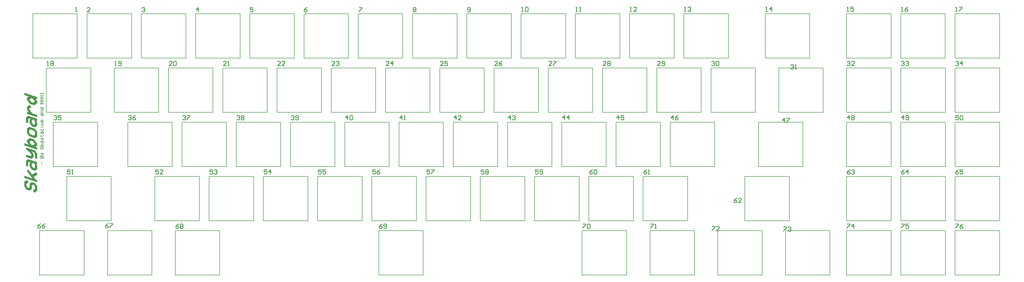
<source format=gto>
G04*
G04 #@! TF.GenerationSoftware,Altium Limited,Altium Designer,20.1.14 (287)*
G04*
G04 Layer_Color=65535*
%FSLAX25Y25*%
%MOIN*%
G70*
G04*
G04 #@! TF.SameCoordinates,522F5A3E-BD0F-4A6F-B551-BC927255FFFB*
G04*
G04*
G04 #@! TF.FilePolarity,Positive*
G04*
G01*
G75*
%ADD10C,0.00500*%
%ADD11C,0.01000*%
G36*
X36360Y276619D02*
Y273662D01*
X33917Y274495D01*
Y273759D01*
X35138Y273343D01*
Y272135D01*
X36360Y271719D01*
Y267527D01*
X35138Y267944D01*
Y266708D01*
X33917Y267125D01*
Y265903D01*
X32682Y266334D01*
Y265112D01*
X26061Y267361D01*
Y268582D01*
X24839Y268999D01*
Y270220D01*
X23604Y270650D01*
Y271872D01*
X22383Y272288D01*
Y276480D01*
X23604Y276063D01*
Y277271D01*
X24839Y276855D01*
Y277590D01*
X18718Y279672D01*
Y282629D01*
X36360Y276619D01*
D02*
G37*
G36*
X27782Y264515D02*
Y261559D01*
X26561Y261975D01*
Y260754D01*
X25325Y261170D01*
X25339Y259227D01*
X26561Y258811D01*
Y257589D01*
X27782Y257173D01*
Y255951D01*
X29017Y255535D01*
Y254313D01*
X36360Y251801D01*
Y248845D01*
X22383Y253606D01*
Y256562D01*
X24826Y255729D01*
Y256437D01*
X23604Y256854D01*
Y258075D01*
X22383Y258491D01*
X22383Y263905D01*
X23604Y263488D01*
Y264710D01*
X24839Y264293D01*
X24853Y265515D01*
X27782Y264515D01*
D02*
G37*
G36*
X36360Y246596D02*
Y243640D01*
X35125Y244070D01*
Y243348D01*
X36360Y242918D01*
Y236283D01*
X35125Y236714D01*
Y235492D01*
X33917Y235909D01*
Y234673D01*
X28504Y236519D01*
Y237741D01*
X27282Y238157D01*
Y239379D01*
X26061Y239809D01*
Y246416D01*
X27282Y246013D01*
Y246735D01*
X25339Y247401D01*
Y246166D01*
X24104Y246582D01*
Y240461D01*
X21161Y241461D01*
Y249331D01*
X22383Y248914D01*
Y250136D01*
X23604Y249719D01*
Y250941D01*
X36360Y246596D01*
D02*
G37*
G36*
X33917Y232439D02*
Y231217D01*
X35138Y230801D01*
Y229579D01*
X36360Y229163D01*
Y221279D01*
X35138Y221695D01*
Y220474D01*
X33917Y220890D01*
Y219669D01*
X24826Y222764D01*
Y223986D01*
X23604Y224402D01*
Y225623D01*
X22383Y226040D01*
Y233924D01*
X23604Y233507D01*
Y234729D01*
X24826Y234312D01*
Y235534D01*
X33917Y232439D01*
D02*
G37*
G36*
X32682Y217865D02*
Y216643D01*
X33917Y216213D01*
Y214978D01*
X35138Y214561D01*
Y213340D01*
X36360Y212923D01*
Y208732D01*
X35138Y209148D01*
Y207927D01*
X33917Y208343D01*
Y207621D01*
X36360Y206788D01*
Y203832D01*
X18718Y209842D01*
Y212798D01*
X24839Y210716D01*
Y211438D01*
X23604Y211855D01*
Y213076D01*
X22383Y213492D01*
Y217684D01*
X23604Y217268D01*
Y218489D01*
X24839Y218073D01*
Y219308D01*
X26061Y218892D01*
Y220113D01*
X32682Y217865D01*
D02*
G37*
G36*
X33917Y202430D02*
Y201209D01*
X35138Y200792D01*
Y199571D01*
X36360Y199154D01*
Y191270D01*
X33417Y192284D01*
Y198419D01*
X32196Y198835D01*
Y200071D01*
X29017Y201139D01*
Y200417D01*
X30239Y200001D01*
Y198780D01*
X31460Y198363D01*
Y192936D01*
X30239Y193352D01*
Y192131D01*
X29017Y192548D01*
Y191326D01*
X21161Y194005D01*
Y196961D01*
X27282Y194879D01*
Y196101D01*
X28518Y195684D01*
Y197628D01*
X27282Y198044D01*
Y199265D01*
X26061Y199682D01*
Y200917D01*
X23618Y201750D01*
Y202985D01*
X21161Y203818D01*
Y206774D01*
X33917Y202430D01*
D02*
G37*
G36*
X36360Y186579D02*
Y183623D01*
X35125Y184053D01*
Y183331D01*
X36360Y182901D01*
Y176266D01*
X35125Y176697D01*
Y175475D01*
X33917Y175891D01*
Y174656D01*
X28504Y176502D01*
Y177724D01*
X27282Y178140D01*
Y179361D01*
X26061Y179792D01*
Y186399D01*
X27282Y185996D01*
Y186718D01*
X25339Y187384D01*
Y186149D01*
X24104Y186565D01*
Y180444D01*
X21161Y181444D01*
Y189313D01*
X22383Y188897D01*
Y190119D01*
X23604Y189702D01*
Y190924D01*
X36360Y186579D01*
D02*
G37*
G36*
X25339Y175350D02*
Y174115D01*
X26561Y173698D01*
Y172477D01*
X27782Y172061D01*
Y170839D01*
X29004Y170423D01*
Y169187D01*
X29725Y168938D01*
Y170173D01*
X30961Y169756D01*
Y170978D01*
X32182Y170562D01*
Y171783D01*
X33404Y171367D01*
Y172602D01*
X36360Y171575D01*
Y168618D01*
X35138Y169049D01*
Y167827D01*
X33903Y168244D01*
Y167008D01*
X32682Y167425D01*
Y166203D01*
X31460Y166620D01*
Y165898D01*
X32682Y165481D01*
Y164260D01*
X33903Y163844D01*
Y162622D01*
X36360Y161776D01*
Y158819D01*
X18718Y164829D01*
Y167786D01*
X29725Y164038D01*
Y164746D01*
X28504Y165162D01*
Y166398D01*
X27282Y166814D01*
Y168035D01*
X26061Y168452D01*
Y169673D01*
X24839Y170090D01*
Y171325D01*
X23604Y171741D01*
Y172963D01*
X22383Y173379D01*
Y176336D01*
X25339Y175350D01*
D02*
G37*
G36*
X24104Y160762D02*
Y157806D01*
X22896Y158208D01*
Y156973D01*
X21661Y157389D01*
Y153003D01*
X22896Y152587D01*
Y151352D01*
X24839Y150699D01*
Y151935D01*
X26061Y151518D01*
Y157653D01*
X27282Y157237D01*
Y158458D01*
X28504Y158042D01*
Y159263D01*
X33917Y157417D01*
Y156196D01*
X35138Y155779D01*
Y154558D01*
X36360Y154141D01*
Y146258D01*
X35138Y146674D01*
Y145453D01*
X33917Y145869D01*
Y144648D01*
X30961Y145661D01*
Y148617D01*
X32182Y148201D01*
Y149436D01*
X33417Y149020D01*
Y153406D01*
X32182Y153822D01*
Y155058D01*
X30239Y155724D01*
Y154489D01*
X29004Y154905D01*
Y148770D01*
X27782Y149186D01*
Y147965D01*
X26561Y148368D01*
Y147146D01*
X21161Y148992D01*
Y150214D01*
X19926Y150630D01*
Y151851D01*
X18718Y152268D01*
Y160152D01*
X19926Y159735D01*
Y160957D01*
X21161Y160540D01*
Y161762D01*
X24104Y160762D01*
D02*
G37*
G36*
X45186Y280292D02*
X44488D01*
Y280990D01*
X40996D01*
Y280292D01*
X40297D01*
Y282383D01*
X40996D01*
Y281688D01*
X44488D01*
Y282383D01*
X45186D01*
Y280292D01*
D02*
G37*
G36*
Y278197D02*
X44142D01*
Y277847D01*
X43793D01*
Y277498D01*
X43444D01*
Y277149D01*
X43095D01*
Y276800D01*
X42746D01*
Y276450D01*
X42396D01*
Y276101D01*
X45186D01*
Y275403D01*
X40297D01*
Y276101D01*
X41345D01*
Y276450D01*
X41694D01*
Y276800D01*
X42043D01*
Y277149D01*
X42392D01*
Y277498D01*
X42742D01*
Y277847D01*
X43091D01*
Y278197D01*
X40297D01*
Y278895D01*
X45186D01*
Y278197D01*
D02*
G37*
G36*
Y274006D02*
X44142D01*
Y273657D01*
X43793D01*
Y273308D01*
X43444D01*
Y272958D01*
X43095D01*
Y272609D01*
X42746D01*
Y272260D01*
X42396D01*
Y271911D01*
X45186D01*
Y271213D01*
X40297D01*
Y271911D01*
X41345D01*
Y272260D01*
X41694D01*
Y272609D01*
X42043D01*
Y272958D01*
X42392D01*
Y273308D01*
X42742D01*
Y273657D01*
X43091D01*
Y274006D01*
X40297D01*
Y274705D01*
X45186D01*
Y274006D01*
D02*
G37*
G36*
Y269816D02*
X44142D01*
Y269466D01*
X43793D01*
Y269117D01*
X43444D01*
Y268768D01*
X43095D01*
Y268419D01*
X42746D01*
Y268070D01*
X42396D01*
Y267721D01*
X45186D01*
Y267022D01*
X40297D01*
Y267721D01*
X41345D01*
Y268070D01*
X41694D01*
Y268419D01*
X42043D01*
Y268768D01*
X42392D01*
Y269117D01*
X42742D01*
Y269466D01*
X43091D01*
Y269816D01*
X40297D01*
Y270514D01*
X45186D01*
Y269816D01*
D02*
G37*
G36*
Y261435D02*
X44491D01*
Y261086D01*
X44837D01*
Y260736D01*
X45186D01*
Y259689D01*
X44837D01*
Y259340D01*
X44488D01*
Y258991D01*
X44138D01*
Y258641D01*
X42392D01*
Y258991D01*
X42043D01*
Y259340D01*
X41694Y259336D01*
Y259689D01*
X41345D01*
Y260736D01*
X41694D01*
Y261086D01*
X42043D01*
Y261435D01*
X40297D01*
Y262133D01*
X45186D01*
Y261435D01*
D02*
G37*
G36*
Y257244D02*
X42392D01*
Y256895D01*
X42043D01*
Y255499D01*
X42392D01*
Y255149D01*
X45186D01*
Y254451D01*
X41345D01*
Y255149D01*
X41694D01*
Y255499D01*
X41345D01*
Y257244D01*
X41694D01*
Y257594D01*
X42043D01*
Y257943D01*
X45186D01*
Y257244D01*
D02*
G37*
G36*
Y253054D02*
X44837D01*
Y252705D01*
X45186D01*
Y250959D01*
X44837Y250955D01*
Y250606D01*
X44488D01*
Y250260D01*
X43091D01*
Y250610D01*
X42742D01*
Y250959D01*
X42392Y250955D01*
Y252705D01*
X42742Y252701D01*
Y253054D01*
X42043D01*
Y252705D01*
X41694Y252701D01*
Y250959D01*
X40996Y250955D01*
Y253054D01*
X41345D01*
Y253403D01*
X41694D01*
Y253752D01*
X45186D01*
Y253054D01*
D02*
G37*
G36*
Y244673D02*
X42392D01*
Y244324D01*
X42043D01*
Y243975D01*
X45186D01*
Y243277D01*
X42043D01*
Y242927D01*
X42392D01*
Y242578D01*
X45186D01*
Y241880D01*
X41345D01*
Y242578D01*
X41694D01*
Y242927D01*
X41345D01*
Y244673D01*
X41694D01*
Y245023D01*
X42043D01*
Y245372D01*
X45186D01*
Y244673D01*
D02*
G37*
G36*
X44488Y240832D02*
X44837D01*
Y240483D01*
X45186D01*
Y238388D01*
X44837D01*
Y238038D01*
X44488D01*
Y237689D01*
X41345D01*
Y238388D01*
X44138D01*
Y238737D01*
X44488D01*
Y240134D01*
X44138D01*
Y240483D01*
X41345D01*
Y241181D01*
X44488D01*
Y240832D01*
D02*
G37*
G36*
X41345Y234896D02*
X40646D01*
Y235594D01*
X41345D01*
Y234896D01*
D02*
G37*
G36*
X45186Y235594D02*
X44837Y235590D01*
Y235241D01*
X44488D01*
Y234896D01*
X42742D01*
Y234197D01*
X42043D01*
Y235594D01*
X44138D01*
Y235939D01*
X44488D01*
Y236289D01*
X45186D01*
Y235594D01*
D02*
G37*
G36*
X44488Y232451D02*
X44837D01*
Y232102D01*
X45186D01*
Y230007D01*
X44837D01*
Y229658D01*
X44488D01*
Y229309D01*
X42043D01*
Y229658D01*
X41694D01*
Y230007D01*
X41345D01*
Y232102D01*
X41694D01*
Y232451D01*
X42043D01*
Y232801D01*
X42742D01*
Y232102D01*
X42392D01*
Y231753D01*
X42043D01*
Y230356D01*
X42392D01*
Y230007D01*
X44138D01*
Y230356D01*
X44488D01*
Y231753D01*
X44138D01*
Y232102D01*
X43789D01*
Y232801D01*
X44488D01*
Y232451D01*
D02*
G37*
G36*
X45186Y227912D02*
X44837D01*
Y227562D01*
X45186D01*
Y225816D01*
X44837Y225813D01*
Y225463D01*
X44488D01*
Y225118D01*
X43091D01*
Y225467D01*
X42742D01*
Y225816D01*
X42392Y225813D01*
Y227562D01*
X42742Y227559D01*
Y227912D01*
X42043D01*
Y227562D01*
X41694Y227559D01*
Y225816D01*
X40996Y225813D01*
Y227912D01*
X41345D01*
Y228261D01*
X41694D01*
Y228610D01*
X45186D01*
Y227912D01*
D02*
G37*
G36*
Y223023D02*
X44837D01*
Y222674D01*
X44488D01*
Y222324D01*
X42043D01*
Y221626D01*
X41345D01*
Y222324D01*
X40297D01*
Y223023D01*
X41345D01*
Y223717D01*
X42043D01*
Y223023D01*
X44138D01*
Y223368D01*
X44488D01*
Y223717D01*
X45186D01*
Y223023D01*
D02*
G37*
G36*
X44488Y219880D02*
X44837D01*
Y219531D01*
X45186D01*
Y217436D01*
X44488D01*
Y219182D01*
X44138D01*
Y219531D01*
X43091D01*
Y219182D01*
X43440D01*
Y218832D01*
X43789D01*
Y217436D01*
X43440D01*
Y217087D01*
X43091D01*
Y216737D01*
X40996D01*
Y217436D01*
X42742D01*
Y217785D01*
X43091D01*
Y218483D01*
X42742D01*
Y218832D01*
X42392D01*
Y219182D01*
X41694D01*
Y219531D01*
X40996D01*
Y220229D01*
X44488D01*
Y219880D01*
D02*
G37*
G36*
X45186Y215340D02*
X44837D01*
Y214991D01*
X45186D01*
Y213245D01*
X44837Y213241D01*
Y212892D01*
X44488D01*
Y212547D01*
X43091D01*
Y212896D01*
X42742D01*
Y213245D01*
X42392Y213241D01*
Y214991D01*
X42742Y214987D01*
Y215340D01*
X42043D01*
Y214991D01*
X41694Y214987D01*
Y213245D01*
X40996Y213241D01*
Y215340D01*
X41345D01*
Y215690D01*
X41694D01*
Y216039D01*
X45186D01*
Y215340D01*
D02*
G37*
G36*
Y211150D02*
X44837Y211146D01*
Y210801D01*
X44488D01*
Y210452D01*
X44138D01*
Y210103D01*
X43793D01*
Y209753D01*
X44138D01*
Y209404D01*
X44488D01*
Y209055D01*
X45186D01*
Y208356D01*
X40297D01*
Y209055D01*
X43440D01*
Y209404D01*
X43091D01*
Y209753D01*
X42746D01*
Y210103D01*
X42396D01*
Y210452D01*
X42047D01*
Y210801D01*
X41698D01*
Y211150D01*
X41349D01*
Y211848D01*
X42047D01*
Y211499D01*
X42396D01*
Y211150D01*
X42746D01*
Y210801D01*
X43091D01*
Y210452D01*
X43440D01*
Y210801D01*
X43789D01*
Y211150D01*
X44138Y211146D01*
Y211499D01*
X44488D01*
Y211848D01*
X45186D01*
Y211150D01*
D02*
G37*
G36*
X44488Y207654D02*
Y207305D01*
X44837D01*
Y206960D01*
X45186D01*
Y204865D01*
X44837D01*
Y204515D01*
X44488D01*
Y204166D01*
X43789D01*
Y204865D01*
X44138D01*
Y205214D01*
X44488D01*
Y206610D01*
X44138D01*
Y206960D01*
X43440D01*
Y206610D01*
X43091D01*
Y204865D01*
X42742D01*
Y204515D01*
X42392D01*
Y204166D01*
X40996D01*
Y204515D01*
X40646D01*
Y204865D01*
X40297D01*
Y206960D01*
X40646D01*
Y207309D01*
X40996D01*
Y207658D01*
X41694D01*
Y206960D01*
X41345D01*
Y206610D01*
X40996D01*
Y205214D01*
X41345D01*
Y204865D01*
X42043D01*
Y205214D01*
X42392D01*
Y206960D01*
X42742D01*
Y207309D01*
X43091D01*
Y207658D01*
X44488Y207654D01*
D02*
G37*
G36*
Y198928D02*
X44837D01*
Y198579D01*
X45186D01*
Y196484D01*
X44488D01*
Y198230D01*
X44138D01*
Y198579D01*
X43091D01*
Y198230D01*
X43440D01*
Y197880D01*
X43789D01*
Y196484D01*
X43440D01*
Y196134D01*
X43091D01*
Y195785D01*
X40996D01*
Y196484D01*
X42742D01*
Y196833D01*
X43091D01*
Y197531D01*
X42742D01*
Y197880D01*
X42392D01*
Y198230D01*
X41694D01*
Y198579D01*
X40996D01*
Y199277D01*
X44488D01*
Y198928D01*
D02*
G37*
G36*
Y194738D02*
X44837D01*
Y194388D01*
X45186D01*
Y191595D01*
X40297D01*
Y194388D01*
X40646D01*
Y194738D01*
X40996D01*
Y195087D01*
X42392D01*
Y194738D01*
X43091D01*
Y195087D01*
X44488D01*
Y194738D01*
D02*
G37*
G36*
X43091Y183559D02*
X42392D01*
Y186353D01*
X43091D01*
Y183559D01*
D02*
G37*
%LPC*%
G36*
X27782Y275342D02*
Y274134D01*
X26561Y274537D01*
Y273315D01*
X25339Y273732D01*
Y273010D01*
X26561Y272593D01*
Y271372D01*
X27782Y270970D01*
Y269734D01*
X30961Y268652D01*
Y269887D01*
X32182Y269471D01*
Y270692D01*
X33417Y270275D01*
Y270997D01*
X32182Y271414D01*
Y272635D01*
X30961Y273052D01*
Y274259D01*
X27782Y275342D01*
D02*
G37*
G36*
X30225Y245736D02*
Y244500D01*
X29004Y244917D01*
Y240545D01*
X30225Y240128D01*
Y238893D01*
X32182Y238227D01*
Y239462D01*
X33417Y239046D01*
Y243418D01*
X32182Y243848D01*
Y245069D01*
X30225Y245736D01*
D02*
G37*
G36*
X26561Y231981D02*
Y230745D01*
X25325Y231175D01*
Y226789D01*
X26561Y226359D01*
Y225124D01*
X32182Y223222D01*
Y224458D01*
X33417Y224041D01*
Y228427D01*
X32182Y228844D01*
Y230079D01*
X26561Y231981D01*
D02*
G37*
G36*
X27782Y216560D02*
Y215338D01*
X26561Y215741D01*
Y214520D01*
X25339Y214936D01*
Y214214D01*
X26561Y213798D01*
Y212576D01*
X27782Y212174D01*
Y210952D01*
X30961Y209870D01*
Y211091D01*
X32182Y210675D01*
Y211896D01*
X33417Y211480D01*
Y212202D01*
X32182Y212618D01*
Y213839D01*
X30961Y214256D01*
Y215477D01*
X27782Y216560D01*
D02*
G37*
G36*
X30225Y185719D02*
Y184483D01*
X29004Y184900D01*
Y180527D01*
X30225Y180111D01*
Y178876D01*
X32182Y178209D01*
Y179445D01*
X33417Y179028D01*
Y183401D01*
X32182Y183831D01*
Y185052D01*
X30225Y185719D01*
D02*
G37*
G36*
X43789Y261086D02*
X42742D01*
Y260736D01*
X42392D01*
Y260387D01*
X42043D01*
Y260038D01*
X42392D01*
Y259689D01*
X42742D01*
Y259340D01*
X43789Y259336D01*
Y259689D01*
X44138D01*
Y260038D01*
X44488D01*
Y260387D01*
X44138D01*
Y260736D01*
X43789D01*
Y261086D01*
D02*
G37*
G36*
X44138Y253054D02*
X43440D01*
Y252705D01*
X43091Y252701D01*
Y251308D01*
X43440D01*
Y250959D01*
X44138D01*
Y251308D01*
X44488D01*
Y252705D01*
X44138Y252701D01*
Y253054D01*
D02*
G37*
G36*
Y227912D02*
X43440D01*
Y227562D01*
X43091Y227559D01*
Y226166D01*
X43440D01*
Y225816D01*
X44138D01*
Y226166D01*
X44488D01*
Y227562D01*
X44138Y227559D01*
Y227912D01*
D02*
G37*
G36*
Y215340D02*
X43440D01*
Y214991D01*
X43091Y214987D01*
Y213595D01*
X43440D01*
Y213245D01*
X44138D01*
Y213595D01*
X44488D01*
Y214991D01*
X44138Y214987D01*
Y215340D01*
D02*
G37*
G36*
Y194388D02*
X43440D01*
Y194039D01*
X43091D01*
Y192293D01*
X44488D01*
Y194039D01*
X44138D01*
Y194388D01*
D02*
G37*
G36*
X42043D02*
X41345D01*
Y194039D01*
X40996D01*
Y192293D01*
X42392D01*
Y194039D01*
X42043D01*
Y194388D01*
D02*
G37*
%LPD*%
D10*
X105423Y330420D02*
X166840D01*
Y391837D01*
X105423D02*
X166840D01*
X105423Y330420D02*
Y391837D01*
X180423Y330420D02*
Y391837D01*
X241840D01*
Y330420D02*
Y391837D01*
X180423Y330420D02*
X241840D01*
X255423D02*
X316840D01*
Y391837D01*
X255423D02*
X316840D01*
X255423Y330420D02*
Y391837D01*
X330423Y330420D02*
Y391837D01*
X391840D01*
Y330420D02*
Y391837D01*
X330423Y330420D02*
X391840D01*
X405416D02*
X466833D01*
Y391837D01*
X405416D02*
X466833D01*
X405416Y330420D02*
Y391837D01*
X480420Y330424D02*
Y391841D01*
X541837D01*
Y330424D02*
Y391841D01*
X480420Y330424D02*
X541837D01*
X630424Y330420D02*
X691841D01*
Y391837D01*
X630424D02*
X691841D01*
X630424Y330420D02*
Y391837D01*
X705424Y330420D02*
Y391837D01*
X766841D01*
Y330420D02*
Y391837D01*
X705424Y330420D02*
X766841D01*
X780424D02*
X841841D01*
Y391837D01*
X780424D02*
X841841D01*
X780424Y330420D02*
Y391837D01*
X855424Y330420D02*
Y391837D01*
X916841D01*
Y330420D02*
Y391837D01*
X855424Y330420D02*
X916841D01*
X930424D02*
X991841D01*
Y391837D01*
X930424D02*
X991841D01*
X930424Y330420D02*
Y391837D01*
X1042924Y330420D02*
Y391837D01*
X1104341D01*
Y330420D02*
Y391837D01*
X1042924Y330420D02*
X1104341D01*
X1155424D02*
X1216841D01*
Y391837D01*
X1155424D02*
X1216841D01*
X1155424Y330420D02*
Y391837D01*
X1230421Y330423D02*
Y391840D01*
X1291838D01*
Y330423D02*
Y391840D01*
X1230421Y330423D02*
X1291838D01*
X1305424Y330420D02*
X1366841D01*
Y391837D01*
X1305424D02*
X1366841D01*
X1305424Y330420D02*
Y391837D01*
X58545Y180417D02*
Y241834D01*
X119962D01*
Y180417D02*
Y241834D01*
X58545Y180417D02*
X119962D01*
X161670Y180417D02*
X223087D01*
Y241834D01*
X161670D02*
X223087D01*
X161670Y180417D02*
Y241834D01*
X236670Y180417D02*
Y241834D01*
X298087D01*
Y180417D02*
Y241834D01*
X236670Y180417D02*
X298087D01*
X311670D02*
X373087D01*
Y241834D01*
X311670D02*
X373087D01*
X311670Y180417D02*
Y241834D01*
X386670Y180418D02*
Y241835D01*
X448088D01*
Y180418D02*
Y241835D01*
X386670Y180418D02*
X448088D01*
X461670Y180418D02*
X523087D01*
Y241835D01*
X461670D02*
X523087D01*
X461670Y180418D02*
Y241835D01*
X536670Y180418D02*
Y241835D01*
X598087D01*
Y180418D02*
Y241835D01*
X536670Y180418D02*
X598087D01*
X611670D02*
X673087D01*
Y241835D01*
X611670D02*
X673087D01*
X611670Y180418D02*
Y241835D01*
X686670Y180418D02*
Y241835D01*
X748087D01*
Y180418D02*
Y241835D01*
X686670Y180418D02*
X748087D01*
X761670D02*
X823087D01*
Y241835D01*
X761670D02*
X823087D01*
X761670Y180418D02*
Y241835D01*
X836670Y180418D02*
Y241835D01*
X898087D01*
Y180418D02*
Y241835D01*
X836670Y180418D02*
X898087D01*
X911670D02*
X973087D01*
Y241835D01*
X911670D02*
X973087D01*
X911670Y180418D02*
Y241835D01*
X1033544Y180418D02*
Y241835D01*
X1094961D01*
Y180418D02*
Y241835D01*
X1033544Y180418D02*
X1094961D01*
X1071044Y30418D02*
X1132461D01*
Y91836D01*
X1071044D02*
X1132461D01*
X1071044Y30418D02*
Y91836D01*
X1155424Y180420D02*
Y241837D01*
X1216841D01*
Y180420D02*
Y241837D01*
X1155424Y180420D02*
X1216841D01*
X1230424D02*
X1291841D01*
Y241837D01*
X1230424D02*
X1291841D01*
X1230424Y180420D02*
Y241837D01*
X1305424Y180420D02*
Y241837D01*
X1366841D01*
Y180420D02*
Y241837D01*
X1305424Y180420D02*
X1366841D01*
X39795Y30417D02*
X101212D01*
Y91835D01*
X39795D02*
X101212D01*
X39795Y30417D02*
Y91835D01*
X133545Y30418D02*
Y91835D01*
X194963D01*
Y30418D02*
Y91835D01*
X133545Y30418D02*
X194963D01*
X227295Y30418D02*
X288712D01*
Y91835D01*
X227295D02*
X288712D01*
X227295Y30418D02*
Y91835D01*
X508544Y30418D02*
Y91836D01*
X569961D01*
Y30418D02*
Y91836D01*
X508544Y30418D02*
X569961D01*
X789796D02*
X851213D01*
Y91836D01*
X789796D02*
X851213D01*
X789796Y30418D02*
Y91836D01*
X883544Y30418D02*
Y91836D01*
X944961D01*
Y30418D02*
Y91836D01*
X883544Y30418D02*
X944961D01*
X977296D02*
X1038713D01*
Y91836D01*
X977296D02*
X1038713D01*
X977296Y30418D02*
Y91836D01*
X1155424Y30420D02*
Y91838D01*
X1216841D01*
Y30420D02*
Y91838D01*
X1155424Y30420D02*
X1216841D01*
X1305424Y30420D02*
X1366841D01*
Y91838D01*
X1305424D02*
X1366841D01*
X1305424Y30420D02*
Y91838D01*
X30420Y330422D02*
Y391840D01*
X91837D01*
Y330422D02*
Y391840D01*
X30420Y330422D02*
X91837D01*
X1230424Y30420D02*
X1291841D01*
Y91838D01*
X1230424D02*
X1291841D01*
X1230424Y30420D02*
Y91838D01*
X555424Y330420D02*
Y391837D01*
X616841D01*
Y330420D02*
Y391837D01*
X555424Y330420D02*
X616841D01*
X142923Y255420D02*
X204340D01*
Y316837D01*
X142923D02*
X204340D01*
X142923Y255420D02*
Y316837D01*
X217923Y255420D02*
X279340D01*
Y316837D01*
X217923D02*
X279340D01*
X217923Y255420D02*
Y316837D01*
X292923Y255420D02*
X354340D01*
Y316837D01*
X292923D02*
X354340D01*
X292923Y255420D02*
Y316837D01*
X367923Y255420D02*
X429341D01*
Y316838D01*
X367923D02*
X429341D01*
X367923Y255420D02*
Y316838D01*
X442924Y255420D02*
X504341D01*
Y316837D01*
X442924D02*
X504341D01*
X442924Y255420D02*
Y316837D01*
X592924Y255420D02*
X654341D01*
Y316837D01*
X592924D02*
X654341D01*
X592924Y255420D02*
Y316837D01*
X667924Y255420D02*
X729341D01*
Y316837D01*
X667924D02*
X729341D01*
X667924Y255420D02*
Y316837D01*
X742924Y255420D02*
X804341D01*
Y316837D01*
X742924D02*
X804341D01*
X742924Y255420D02*
Y316837D01*
X817924Y255420D02*
X879341D01*
Y316837D01*
X817924D02*
X879341D01*
X817924Y255420D02*
Y316837D01*
X892924Y255420D02*
X954341D01*
Y316837D01*
X892924D02*
X954341D01*
X892924Y255420D02*
Y316837D01*
X967924Y255420D02*
X1029341D01*
Y316837D01*
X967924D02*
X1029341D01*
X967924Y255420D02*
Y316837D01*
X1061670Y255418D02*
X1123087D01*
Y316835D01*
X1061670D02*
X1123087D01*
X1061670Y255418D02*
Y316835D01*
X1155424Y255420D02*
X1216841D01*
Y316837D01*
X1155424D02*
X1216841D01*
X1155424Y255420D02*
Y316837D01*
X1230424Y255420D02*
X1291841D01*
Y316837D01*
X1230424D02*
X1291841D01*
X1230424Y255420D02*
Y316837D01*
X1305424Y255420D02*
X1366841D01*
Y316837D01*
X1305424D02*
X1366841D01*
X1305424Y255420D02*
Y316837D01*
X77295Y105417D02*
X138712D01*
Y166834D01*
X77295D02*
X138712D01*
X77295Y105417D02*
Y166834D01*
X199170Y105418D02*
X260587D01*
Y166835D01*
X199170D02*
X260587D01*
X199170Y105418D02*
Y166835D01*
X274170Y105418D02*
X335587D01*
Y166835D01*
X274170D02*
X335587D01*
X274170Y105418D02*
Y166835D01*
X349170Y105418D02*
X410588D01*
Y166835D01*
X349170D02*
X410588D01*
X349170Y105418D02*
Y166835D01*
X424170Y105418D02*
X485587D01*
Y166836D01*
X424170D02*
X485587D01*
X424170Y105418D02*
Y166836D01*
X499170Y105418D02*
X560587D01*
Y166836D01*
X499170D02*
X560587D01*
X499170Y105418D02*
Y166836D01*
X574170Y105418D02*
X635587D01*
Y166836D01*
X574170D02*
X635587D01*
X574170Y105418D02*
Y166836D01*
X649170Y105418D02*
X710587D01*
Y166836D01*
X649170D02*
X710587D01*
X649170Y105418D02*
Y166836D01*
X724170Y105418D02*
X785587D01*
Y166836D01*
X724170D02*
X785587D01*
X724170Y105418D02*
Y166836D01*
X799170Y105418D02*
X860587D01*
Y166836D01*
X799170D02*
X860587D01*
X799170Y105418D02*
Y166836D01*
X874170Y105418D02*
X935587D01*
Y166836D01*
X874170D02*
X935587D01*
X874170Y105418D02*
Y166836D01*
X1014796Y105418D02*
X1076213D01*
Y166836D01*
X1014796D02*
X1076213D01*
X1014796Y105418D02*
Y166836D01*
X1155424Y105420D02*
X1216841D01*
Y166838D01*
X1155424D02*
X1216841D01*
X1155424Y105420D02*
Y166838D01*
X1230424Y105420D02*
X1291841D01*
Y166838D01*
X1230424D02*
X1291841D01*
X1230424Y105420D02*
Y166838D01*
X1305424Y105420D02*
X1366841D01*
Y166838D01*
X1305424D02*
X1366841D01*
X1305424Y105420D02*
Y166838D01*
X49170Y255417D02*
X110587D01*
Y316834D01*
X49170D02*
X110587D01*
X49170Y255417D02*
Y316834D01*
X517924Y255420D02*
X579341D01*
Y316837D01*
X517924D02*
X579341D01*
X517924Y255420D02*
Y316837D01*
D11*
X522659Y320099D02*
X518660D01*
X522659Y324098D01*
Y325098D01*
X521660Y326097D01*
X519660D01*
X518660Y325098D01*
X527658Y320099D02*
Y326097D01*
X524659Y323098D01*
X528657D01*
X49961Y320099D02*
X51960D01*
X50960D01*
Y326097D01*
X49961Y325098D01*
X54959D02*
X55959Y326097D01*
X57958D01*
X58958Y325098D01*
Y324098D01*
X57958Y323098D01*
X58958Y322099D01*
Y321099D01*
X57958Y320099D01*
X55959D01*
X54959Y321099D01*
Y322099D01*
X55959Y323098D01*
X54959Y324098D01*
Y325098D01*
X55959Y323098D02*
X57958D01*
X556072Y399637D02*
X557071Y400637D01*
X559071D01*
X560070Y399637D01*
Y398638D01*
X559071Y397638D01*
X560070Y396638D01*
Y395638D01*
X559071Y394639D01*
X557071D01*
X556072Y395638D01*
Y396638D01*
X557071Y397638D01*
X556072Y398638D01*
Y399637D01*
X557071Y397638D02*
X559071D01*
X1231161Y101097D02*
X1235159D01*
Y100098D01*
X1231161Y96099D01*
Y95099D01*
X1241157Y101097D02*
X1237159D01*
Y98098D01*
X1239158Y99098D01*
X1240158D01*
X1241157Y98098D01*
Y96099D01*
X1240158Y95099D01*
X1238158D01*
X1237159Y96099D01*
X89200Y395019D02*
X91199Y395047D01*
X90200Y395033D01*
X90115Y401030D01*
X89130Y400017D01*
X1306161Y101097D02*
X1310159D01*
Y100098D01*
X1306161Y96099D01*
Y95099D01*
X1316157Y101097D02*
X1314158Y100098D01*
X1312159Y98098D01*
Y96099D01*
X1313158Y95099D01*
X1315158D01*
X1316157Y96099D01*
Y97099D01*
X1315158Y98098D01*
X1312159D01*
X1156161Y101097D02*
X1160159D01*
Y100098D01*
X1156161Y96099D01*
Y95099D01*
X1165158D02*
Y101097D01*
X1162159Y98098D01*
X1166157D01*
X969411Y97881D02*
X973410D01*
Y96881D01*
X969411Y92883D01*
Y91883D01*
X979408D02*
X975409D01*
X979408Y95882D01*
Y96881D01*
X978408Y97881D01*
X976409D01*
X975409Y96881D01*
X884260Y101097D02*
X888259D01*
Y100098D01*
X884260Y96099D01*
Y95099D01*
X890259D02*
X892258D01*
X891258D01*
Y101097D01*
X890259Y100098D01*
X790560Y101097D02*
X794559D01*
Y100098D01*
X790560Y96099D01*
Y95099D01*
X796559Y100098D02*
X797558Y101097D01*
X799558D01*
X800557Y100098D01*
Y96099D01*
X799558Y95099D01*
X797558D01*
X796559Y96099D01*
Y100098D01*
X513259Y101097D02*
X511260Y100098D01*
X509261Y98098D01*
Y96099D01*
X510260Y95099D01*
X512260D01*
X513259Y96099D01*
Y97099D01*
X512260Y98098D01*
X509261D01*
X515259Y96099D02*
X516258Y95099D01*
X518258D01*
X519257Y96099D01*
Y100098D01*
X518258Y101097D01*
X516258D01*
X515259Y100098D01*
Y99098D01*
X516258Y98098D01*
X519257D01*
X232059Y101097D02*
X230060Y100098D01*
X228061Y98098D01*
Y96099D01*
X229060Y95099D01*
X231060D01*
X232059Y96099D01*
Y97099D01*
X231060Y98098D01*
X228061D01*
X234059Y100098D02*
X235058Y101097D01*
X237058D01*
X238057Y100098D01*
Y99098D01*
X237058Y98098D01*
X238057Y97099D01*
Y96099D01*
X237058Y95099D01*
X235058D01*
X234059Y96099D01*
Y97099D01*
X235058Y98098D01*
X234059Y99098D01*
Y100098D01*
X235058Y98098D02*
X237058D01*
X134827Y101818D02*
X132828Y100818D01*
X130828Y98819D01*
Y96820D01*
X131828Y95820D01*
X133827D01*
X134827Y96820D01*
Y97819D01*
X133827Y98819D01*
X130828D01*
X136826Y101818D02*
X140825D01*
Y100818D01*
X136826Y96820D01*
Y95820D01*
X41126Y101424D02*
X39127Y100425D01*
X37128Y98425D01*
Y96426D01*
X38127Y95426D01*
X40127D01*
X41126Y96426D01*
Y97426D01*
X40127Y98425D01*
X37128D01*
X47124Y101424D02*
X45125Y100425D01*
X43126Y98425D01*
Y96426D01*
X44125Y95426D01*
X46125D01*
X47124Y96426D01*
Y97426D01*
X46125Y98425D01*
X43126D01*
X1310159Y176097D02*
X1308160Y175098D01*
X1306161Y173098D01*
Y171099D01*
X1307160Y170099D01*
X1309160D01*
X1310159Y171099D01*
Y172099D01*
X1309160Y173098D01*
X1306161D01*
X1316157Y176097D02*
X1312159D01*
Y173098D01*
X1314158Y174098D01*
X1315158D01*
X1316157Y173098D01*
Y171099D01*
X1315158Y170099D01*
X1313158D01*
X1312159Y171099D01*
X1235159Y176097D02*
X1233160Y175098D01*
X1231161Y173098D01*
Y171099D01*
X1232160Y170099D01*
X1234160D01*
X1235159Y171099D01*
Y172099D01*
X1234160Y173098D01*
X1231161D01*
X1240158Y170099D02*
Y176097D01*
X1237159Y173098D01*
X1241157D01*
X1160159Y176097D02*
X1158160Y175098D01*
X1156161Y173098D01*
Y171099D01*
X1157160Y170099D01*
X1159160D01*
X1160159Y171099D01*
Y172099D01*
X1159160Y173098D01*
X1156161D01*
X1162159Y175098D02*
X1163158Y176097D01*
X1165158D01*
X1166157Y175098D01*
Y174098D01*
X1165158Y173098D01*
X1164158D01*
X1165158D01*
X1166157Y172099D01*
Y171099D01*
X1165158Y170099D01*
X1163158D01*
X1162159Y171099D01*
X1003725Y136857D02*
X1001725Y135858D01*
X999726Y133858D01*
Y131859D01*
X1000726Y130859D01*
X1002725D01*
X1003725Y131859D01*
Y132859D01*
X1002725Y133858D01*
X999726D01*
X1009723Y130859D02*
X1005724D01*
X1009723Y134858D01*
Y135858D01*
X1008723Y136857D01*
X1006724D01*
X1005724Y135858D01*
X878959Y176097D02*
X876960Y175098D01*
X874961Y173098D01*
Y171099D01*
X875960Y170099D01*
X877960D01*
X878959Y171099D01*
Y172099D01*
X877960Y173098D01*
X874961D01*
X880959Y170099D02*
X882958D01*
X881958D01*
Y176097D01*
X880959Y175098D01*
X803959Y176097D02*
X801960Y175098D01*
X799961Y173098D01*
Y171099D01*
X800960Y170099D01*
X802960D01*
X803959Y171099D01*
Y172099D01*
X802960Y173098D01*
X799961D01*
X805959Y175098D02*
X806958Y176097D01*
X808958D01*
X809957Y175098D01*
Y171099D01*
X808958Y170099D01*
X806958D01*
X805959Y171099D01*
Y175098D01*
X728959Y176097D02*
X724961D01*
Y173098D01*
X726960Y174098D01*
X727960D01*
X728959Y173098D01*
Y171099D01*
X727960Y170099D01*
X725960D01*
X724961Y171099D01*
X730959D02*
X731958Y170099D01*
X733958D01*
X734957Y171099D01*
Y175098D01*
X733958Y176097D01*
X731958D01*
X730959Y175098D01*
Y174098D01*
X731958Y173098D01*
X734957D01*
X653959Y176097D02*
X649961D01*
Y173098D01*
X651960Y174098D01*
X652960D01*
X653959Y173098D01*
Y171099D01*
X652960Y170099D01*
X650960D01*
X649961Y171099D01*
X655959Y175098D02*
X656958Y176097D01*
X658958D01*
X659957Y175098D01*
Y174098D01*
X658958Y173098D01*
X659957Y172099D01*
Y171099D01*
X658958Y170099D01*
X656958D01*
X655959Y171099D01*
Y172099D01*
X656958Y173098D01*
X655959Y174098D01*
Y175098D01*
X656958Y173098D02*
X658958D01*
X578959Y176097D02*
X574961D01*
Y173098D01*
X576960Y174098D01*
X577960D01*
X578959Y173098D01*
Y171099D01*
X577960Y170099D01*
X575960D01*
X574961Y171099D01*
X580959Y176097D02*
X584957D01*
Y175098D01*
X580959Y171099D01*
Y170099D01*
X503959Y176097D02*
X499961D01*
Y173098D01*
X501960Y174098D01*
X502960D01*
X503959Y173098D01*
Y171099D01*
X502960Y170099D01*
X500960D01*
X499961Y171099D01*
X509957Y176097D02*
X507958Y175098D01*
X505959Y173098D01*
Y171099D01*
X506958Y170099D01*
X508958D01*
X509957Y171099D01*
Y172099D01*
X508958Y173098D01*
X505959D01*
X428959Y176097D02*
X424961D01*
Y173098D01*
X426960Y174098D01*
X427960D01*
X428959Y173098D01*
Y171099D01*
X427960Y170099D01*
X425960D01*
X424961Y171099D01*
X434957Y176097D02*
X430959D01*
Y173098D01*
X432958Y174098D01*
X433958D01*
X434957Y173098D01*
Y171099D01*
X433958Y170099D01*
X431958D01*
X430959Y171099D01*
X353959Y176097D02*
X349960D01*
Y173098D01*
X351960Y174098D01*
X352960D01*
X353959Y173098D01*
Y171099D01*
X352960Y170099D01*
X350960D01*
X349960Y171099D01*
X358958Y170099D02*
Y176097D01*
X355959Y173098D01*
X359957D01*
X278959Y176097D02*
X274960D01*
Y173098D01*
X276960Y174098D01*
X277960D01*
X278959Y173098D01*
Y171099D01*
X277960Y170099D01*
X275960D01*
X274960Y171099D01*
X280959Y175098D02*
X281958Y176097D01*
X283958D01*
X284957Y175098D01*
Y174098D01*
X283958Y173098D01*
X282958D01*
X283958D01*
X284957Y172099D01*
Y171099D01*
X283958Y170099D01*
X281958D01*
X280959Y171099D01*
X203959Y176097D02*
X199960D01*
Y173098D01*
X201960Y174098D01*
X202960D01*
X203959Y173098D01*
Y171099D01*
X202960Y170099D01*
X200960D01*
X199960Y171099D01*
X209957Y170099D02*
X205959D01*
X209957Y174098D01*
Y175098D01*
X208958Y176097D01*
X206958D01*
X205959Y175098D01*
X82059Y176097D02*
X78061D01*
Y173098D01*
X80060Y174098D01*
X81060D01*
X82059Y173098D01*
Y171099D01*
X81060Y170099D01*
X79060D01*
X78061Y171099D01*
X84059Y170099D02*
X86058D01*
X85058D01*
Y176097D01*
X84059Y175098D01*
X1310159Y251097D02*
X1306161D01*
Y248098D01*
X1308160Y249098D01*
X1309160D01*
X1310159Y248098D01*
Y246099D01*
X1309160Y245099D01*
X1307160D01*
X1306161Y246099D01*
X1312159Y250098D02*
X1313158Y251097D01*
X1315158D01*
X1316157Y250098D01*
Y246099D01*
X1315158Y245099D01*
X1313158D01*
X1312159Y246099D01*
Y250098D01*
X1234160Y245099D02*
Y251097D01*
X1231161Y248098D01*
X1235159D01*
X1237159Y246099D02*
X1238158Y245099D01*
X1240158D01*
X1241157Y246099D01*
Y250098D01*
X1240158Y251097D01*
X1238158D01*
X1237159Y250098D01*
Y249098D01*
X1238158Y248098D01*
X1241157D01*
X1159160Y245099D02*
Y251097D01*
X1156161Y248098D01*
X1160159D01*
X1162159Y250098D02*
X1163158Y251097D01*
X1165158D01*
X1166157Y250098D01*
Y249098D01*
X1165158Y248098D01*
X1166157Y247099D01*
Y246099D01*
X1165158Y245099D01*
X1163158D01*
X1162159Y246099D01*
Y247099D01*
X1163158Y248098D01*
X1162159Y249098D01*
Y250098D01*
X1163158Y248098D02*
X1165158D01*
X1068230Y97093D02*
X1072229D01*
Y96094D01*
X1068230Y92095D01*
Y91096D01*
X1074228Y96094D02*
X1075228Y97093D01*
X1077227D01*
X1078227Y96094D01*
Y95094D01*
X1077227Y94095D01*
X1076227D01*
X1077227D01*
X1078227Y93095D01*
Y92095D01*
X1077227Y91096D01*
X1075228D01*
X1074228Y92095D01*
X1069261Y241489D02*
Y247487D01*
X1066261Y244488D01*
X1070260D01*
X1072260Y247487D02*
X1076258D01*
Y246487D01*
X1072260Y242489D01*
Y241489D01*
X915460Y245099D02*
Y251097D01*
X912461Y248098D01*
X916459D01*
X922457Y251097D02*
X920458Y250098D01*
X918459Y248098D01*
Y246099D01*
X919458Y245099D01*
X921458D01*
X922457Y246099D01*
Y247099D01*
X921458Y248098D01*
X918459D01*
X840460Y245099D02*
Y251097D01*
X837461Y248098D01*
X841459D01*
X847457Y251097D02*
X843459D01*
Y248098D01*
X845458Y249098D01*
X846458D01*
X847457Y248098D01*
Y246099D01*
X846458Y245099D01*
X844458D01*
X843459Y246099D01*
X765460Y245099D02*
Y251097D01*
X762461Y248098D01*
X766459D01*
X771458Y245099D02*
Y251097D01*
X768459Y248098D01*
X772457D01*
X690460Y245099D02*
Y251097D01*
X687461Y248098D01*
X691459D01*
X693459Y250098D02*
X694458Y251097D01*
X696458D01*
X697457Y250098D01*
Y249098D01*
X696458Y248098D01*
X695458D01*
X696458D01*
X697457Y247099D01*
Y246099D01*
X696458Y245099D01*
X694458D01*
X693459Y246099D01*
X615460Y245099D02*
Y251097D01*
X612461Y248098D01*
X616459D01*
X622457Y245099D02*
X618459D01*
X622457Y249098D01*
Y250098D01*
X621458Y251097D01*
X619458D01*
X618459Y250098D01*
X540460Y245099D02*
Y251097D01*
X537461Y248098D01*
X541459D01*
X543459Y245099D02*
X545458D01*
X544458D01*
Y251097D01*
X543459Y250098D01*
X465460Y245099D02*
Y251097D01*
X462461Y248098D01*
X466459D01*
X468459Y250098D02*
X469458Y251097D01*
X471458D01*
X472457Y250098D01*
Y246099D01*
X471458Y245099D01*
X469458D01*
X468459Y246099D01*
Y250098D01*
X387460D02*
X388460Y251097D01*
X390460D01*
X391459Y250098D01*
Y249098D01*
X390460Y248098D01*
X389460D01*
X390460D01*
X391459Y247099D01*
Y246099D01*
X390460Y245099D01*
X388460D01*
X387460Y246099D01*
X393459D02*
X394458Y245099D01*
X396458D01*
X397457Y246099D01*
Y250098D01*
X396458Y251097D01*
X394458D01*
X393459Y250098D01*
Y249098D01*
X394458Y248098D01*
X397457D01*
X312460Y250098D02*
X313460Y251097D01*
X315460D01*
X316459Y250098D01*
Y249098D01*
X315460Y248098D01*
X314460D01*
X315460D01*
X316459Y247099D01*
Y246099D01*
X315460Y245099D01*
X313460D01*
X312460Y246099D01*
X318459Y250098D02*
X319458Y251097D01*
X321458D01*
X322457Y250098D01*
Y249098D01*
X321458Y248098D01*
X322457Y247099D01*
Y246099D01*
X321458Y245099D01*
X319458D01*
X318459Y246099D01*
Y247099D01*
X319458Y248098D01*
X318459Y249098D01*
Y250098D01*
X319458Y248098D02*
X321458D01*
X237460Y250098D02*
X238460Y251097D01*
X240460D01*
X241459Y250098D01*
Y249098D01*
X240460Y248098D01*
X239460D01*
X240460D01*
X241459Y247099D01*
Y246099D01*
X240460Y245099D01*
X238460D01*
X237460Y246099D01*
X243459Y251097D02*
X247457D01*
Y250098D01*
X243459Y246099D01*
Y245099D01*
X162460Y250098D02*
X163460Y251097D01*
X165460D01*
X166459Y250098D01*
Y249098D01*
X165460Y248098D01*
X164460D01*
X165460D01*
X166459Y247099D01*
Y246099D01*
X165460Y245099D01*
X163460D01*
X162460Y246099D01*
X172457Y251097D02*
X170458Y250098D01*
X168459Y248098D01*
Y246099D01*
X169458Y245099D01*
X171458D01*
X172457Y246099D01*
Y247099D01*
X171458Y248098D01*
X168459D01*
X59260Y250098D02*
X60260Y251097D01*
X62260D01*
X63259Y250098D01*
Y249098D01*
X62260Y248098D01*
X61260D01*
X62260D01*
X63259Y247099D01*
Y246099D01*
X62260Y245099D01*
X60260D01*
X59260Y246099D01*
X69257Y251097D02*
X65259D01*
Y248098D01*
X67258Y249098D01*
X68258D01*
X69257Y248098D01*
Y246099D01*
X68258Y245099D01*
X66258D01*
X65259Y246099D01*
X1306161Y325098D02*
X1307160Y326097D01*
X1309160D01*
X1310159Y325098D01*
Y324098D01*
X1309160Y323098D01*
X1308160D01*
X1309160D01*
X1310159Y322099D01*
Y321099D01*
X1309160Y320099D01*
X1307160D01*
X1306161Y321099D01*
X1315158Y320099D02*
Y326097D01*
X1312159Y323098D01*
X1316157D01*
X1231161Y325098D02*
X1232160Y326097D01*
X1234160D01*
X1235159Y325098D01*
Y324098D01*
X1234160Y323098D01*
X1233160D01*
X1234160D01*
X1235159Y322099D01*
Y321099D01*
X1234160Y320099D01*
X1232160D01*
X1231161Y321099D01*
X1237159Y325098D02*
X1238158Y326097D01*
X1240158D01*
X1241157Y325098D01*
Y324098D01*
X1240158Y323098D01*
X1239158D01*
X1240158D01*
X1241157Y322099D01*
Y321099D01*
X1240158Y320099D01*
X1238158D01*
X1237159Y321099D01*
X1156161Y325098D02*
X1157160Y326097D01*
X1159160D01*
X1160159Y325098D01*
Y324098D01*
X1159160Y323098D01*
X1158160D01*
X1159160D01*
X1160159Y322099D01*
Y321099D01*
X1159160Y320099D01*
X1157160D01*
X1156161Y321099D01*
X1166157Y320099D02*
X1162159D01*
X1166157Y324098D01*
Y325098D01*
X1165158Y326097D01*
X1163158D01*
X1162159Y325098D01*
X1077891Y320503D02*
X1078891Y321503D01*
X1080890D01*
X1081890Y320503D01*
Y319504D01*
X1080890Y318504D01*
X1079890D01*
X1080890D01*
X1081890Y317504D01*
Y316505D01*
X1080890Y315505D01*
X1078891D01*
X1077891Y316505D01*
X1083889Y315505D02*
X1085888D01*
X1084889D01*
Y321503D01*
X1083889Y320503D01*
X968661Y325098D02*
X969660Y326097D01*
X971660D01*
X972659Y325098D01*
Y324098D01*
X971660Y323098D01*
X970660D01*
X971660D01*
X972659Y322099D01*
Y321099D01*
X971660Y320099D01*
X969660D01*
X968661Y321099D01*
X974659Y325098D02*
X975658Y326097D01*
X977658D01*
X978657Y325098D01*
Y321099D01*
X977658Y320099D01*
X975658D01*
X974659Y321099D01*
Y325098D01*
X897659Y320099D02*
X893661D01*
X897659Y324098D01*
Y325098D01*
X896660Y326097D01*
X894660D01*
X893661Y325098D01*
X899659Y321099D02*
X900658Y320099D01*
X902658D01*
X903657Y321099D01*
Y325098D01*
X902658Y326097D01*
X900658D01*
X899659Y325098D01*
Y324098D01*
X900658Y323098D01*
X903657D01*
X822659Y320099D02*
X818661D01*
X822659Y324098D01*
Y325098D01*
X821660Y326097D01*
X819660D01*
X818661Y325098D01*
X824659D02*
X825658Y326097D01*
X827658D01*
X828657Y325098D01*
Y324098D01*
X827658Y323098D01*
X828657Y322099D01*
Y321099D01*
X827658Y320099D01*
X825658D01*
X824659Y321099D01*
Y322099D01*
X825658Y323098D01*
X824659Y324098D01*
Y325098D01*
X825658Y323098D02*
X827658D01*
X747659Y320099D02*
X743660D01*
X747659Y324098D01*
Y325098D01*
X746660Y326097D01*
X744660D01*
X743660Y325098D01*
X749659Y326097D02*
X753657D01*
Y325098D01*
X749659Y321099D01*
Y320099D01*
X672659D02*
X668660D01*
X672659Y324098D01*
Y325098D01*
X671660Y326097D01*
X669660D01*
X668660Y325098D01*
X678657Y326097D02*
X676658Y325098D01*
X674659Y323098D01*
Y321099D01*
X675658Y320099D01*
X677658D01*
X678657Y321099D01*
Y322099D01*
X677658Y323098D01*
X674659D01*
X597659Y320099D02*
X593660D01*
X597659Y324098D01*
Y325098D01*
X596660Y326097D01*
X594660D01*
X593660Y325098D01*
X603657Y326097D02*
X599659D01*
Y323098D01*
X601658Y324098D01*
X602658D01*
X603657Y323098D01*
Y321099D01*
X602658Y320099D01*
X600658D01*
X599659Y321099D01*
X447659Y320099D02*
X443660D01*
X447659Y324098D01*
Y325098D01*
X446660Y326097D01*
X444660D01*
X443660Y325098D01*
X449659D02*
X450658Y326097D01*
X452658D01*
X453657Y325098D01*
Y324098D01*
X452658Y323098D01*
X451658D01*
X452658D01*
X453657Y322099D01*
Y321099D01*
X452658Y320099D01*
X450658D01*
X449659Y321099D01*
X372659Y320099D02*
X368660D01*
X372659Y324098D01*
Y325098D01*
X371660Y326097D01*
X369660D01*
X368660Y325098D01*
X378657Y320099D02*
X374659D01*
X378657Y324098D01*
Y325098D01*
X377658Y326097D01*
X375658D01*
X374659Y325098D01*
X297659Y320099D02*
X293660D01*
X297659Y324098D01*
Y325098D01*
X296660Y326097D01*
X294660D01*
X293660Y325098D01*
X299659Y320099D02*
X301658D01*
X300658D01*
Y326097D01*
X299659Y325098D01*
X222659Y320099D02*
X218660D01*
X222659Y324098D01*
Y325098D01*
X221660Y326097D01*
X219660D01*
X218660Y325098D01*
X224659D02*
X225658Y326097D01*
X227658D01*
X228657Y325098D01*
Y321099D01*
X227658Y320099D01*
X225658D01*
X224659Y321099D01*
Y325098D01*
X143660Y320099D02*
X145660D01*
X144660D01*
Y326097D01*
X143660Y325098D01*
X148659Y321099D02*
X149659Y320099D01*
X151658D01*
X152658Y321099D01*
Y325098D01*
X151658Y326097D01*
X149659D01*
X148659Y325098D01*
Y324098D01*
X149659Y323098D01*
X152658D01*
X1306161Y395099D02*
X1308160D01*
X1307160D01*
Y401097D01*
X1306161Y400098D01*
X1311159Y401097D02*
X1315158D01*
Y400098D01*
X1311159Y396099D01*
Y395099D01*
X1231161D02*
X1233160D01*
X1232160D01*
Y401097D01*
X1231161Y400098D01*
X1240158Y401097D02*
X1238158Y400098D01*
X1236159Y398098D01*
Y396099D01*
X1237159Y395099D01*
X1239158D01*
X1240158Y396099D01*
Y397099D01*
X1239158Y398098D01*
X1236159D01*
X1156161Y395099D02*
X1158160D01*
X1157160D01*
Y401097D01*
X1156161Y400098D01*
X1165158Y401097D02*
X1161159D01*
Y398098D01*
X1163158Y399098D01*
X1164158D01*
X1165158Y398098D01*
Y396099D01*
X1164158Y395099D01*
X1162159D01*
X1161159Y396099D01*
X1043661Y395099D02*
X1045660D01*
X1044660D01*
Y401097D01*
X1043661Y400098D01*
X1051658Y395099D02*
Y401097D01*
X1048659Y398098D01*
X1052658D01*
X931161Y395099D02*
X933160D01*
X932160D01*
Y401097D01*
X931161Y400098D01*
X936159D02*
X937159Y401097D01*
X939158D01*
X940158Y400098D01*
Y399098D01*
X939158Y398098D01*
X938158D01*
X939158D01*
X940158Y397099D01*
Y396099D01*
X939158Y395099D01*
X937159D01*
X936159Y396099D01*
X856161Y395099D02*
X858160D01*
X857160D01*
Y401097D01*
X856161Y400098D01*
X865158Y395099D02*
X861159D01*
X865158Y399098D01*
Y400098D01*
X864158Y401097D01*
X862159D01*
X861159Y400098D01*
X781160Y395099D02*
X783160D01*
X782160D01*
Y401097D01*
X781160Y400098D01*
X786159Y395099D02*
X788158D01*
X787159D01*
Y401097D01*
X786159Y400098D01*
X706160Y395099D02*
X708160D01*
X707160D01*
Y401097D01*
X706160Y400098D01*
X711159D02*
X712159Y401097D01*
X714158D01*
X715158Y400098D01*
Y396099D01*
X714158Y395099D01*
X712159D01*
X711159Y396099D01*
Y400098D01*
X630875Y395638D02*
X631874Y394639D01*
X633874D01*
X634873Y395638D01*
Y399637D01*
X633874Y400637D01*
X631874D01*
X630875Y399637D01*
Y398638D01*
X631874Y397638D01*
X634873D01*
X481268Y400637D02*
X485267D01*
Y399637D01*
X481268Y395638D01*
Y394639D01*
X409480Y400637D02*
X407480Y399637D01*
X405481Y397638D01*
Y395638D01*
X406481Y394639D01*
X408480D01*
X409480Y395638D01*
Y396638D01*
X408480Y397638D01*
X405481D01*
X334677Y400637D02*
X330678D01*
Y397638D01*
X332677Y398638D01*
X333677D01*
X334677Y397638D01*
Y395638D01*
X333677Y394639D01*
X331678D01*
X330678Y395638D01*
X258874Y394639D02*
Y400637D01*
X255875Y397638D01*
X259873D01*
X181071Y399637D02*
X182071Y400637D01*
X184071D01*
X185070Y399637D01*
Y398638D01*
X184071Y397638D01*
X183071D01*
X184071D01*
X185070Y396638D01*
Y395638D01*
X184071Y394639D01*
X182071D01*
X181071Y395638D01*
X109283Y394639D02*
X105284D01*
X109283Y398638D01*
Y399637D01*
X108283Y400637D01*
X106284D01*
X105284Y399637D01*
M02*

</source>
